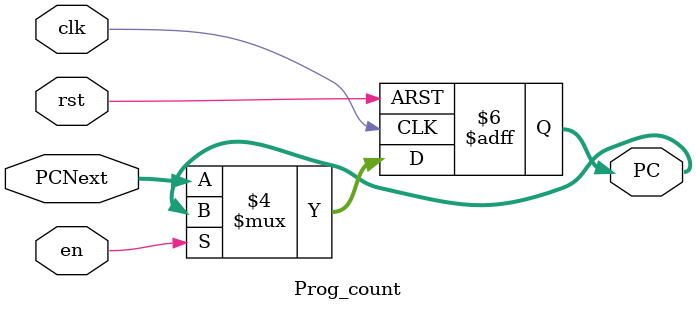
<source format=v>
`timescale 1ns / 1ps


module Prog_count(
    clk, PCNext, PC, rst, en
    );
    input  clk, rst, en;
    input [31:0]PCNext;
    output reg [31:0]PC;
    always@(posedge clk or negedge rst) begin
        if(rst == 1'b0) PC<=32'h00000000;
        else if(!en) PC<=PCNext;
    end
endmodule

</source>
